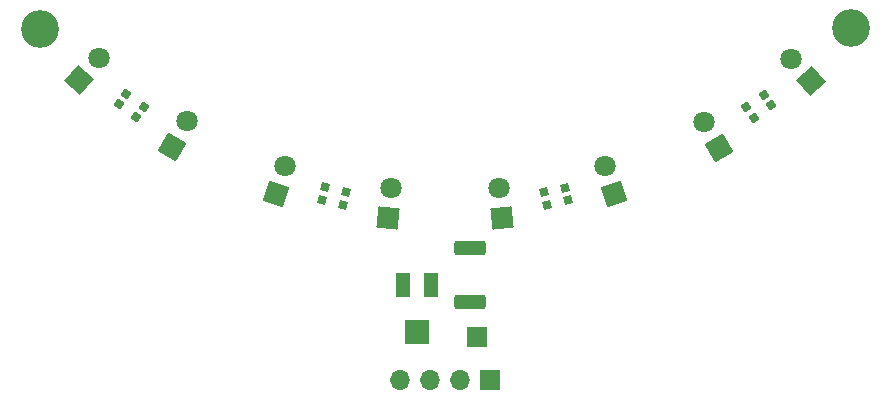
<source format=gbr>
%TF.GenerationSoftware,KiCad,Pcbnew,7.0.9*%
%TF.CreationDate,2024-12-17T14:23:38+09:00*%
%TF.ProjectId,line_front_back_robot2,6c696e65-5f66-4726-9f6e-74066261636b,rev?*%
%TF.SameCoordinates,Original*%
%TF.FileFunction,Soldermask,Top*%
%TF.FilePolarity,Negative*%
%FSLAX46Y46*%
G04 Gerber Fmt 4.6, Leading zero omitted, Abs format (unit mm)*
G04 Created by KiCad (PCBNEW 7.0.9) date 2024-12-17 14:23:38*
%MOMM*%
%LPD*%
G01*
G04 APERTURE LIST*
G04 Aperture macros list*
%AMRoundRect*
0 Rectangle with rounded corners*
0 $1 Rounding radius*
0 $2 $3 $4 $5 $6 $7 $8 $9 X,Y pos of 4 corners*
0 Add a 4 corners polygon primitive as box body*
4,1,4,$2,$3,$4,$5,$6,$7,$8,$9,$2,$3,0*
0 Add four circle primitives for the rounded corners*
1,1,$1+$1,$2,$3*
1,1,$1+$1,$4,$5*
1,1,$1+$1,$6,$7*
1,1,$1+$1,$8,$9*
0 Add four rect primitives between the rounded corners*
20,1,$1+$1,$2,$3,$4,$5,0*
20,1,$1+$1,$4,$5,$6,$7,0*
20,1,$1+$1,$6,$7,$8,$9,0*
20,1,$1+$1,$8,$9,$2,$3,0*%
%AMRotRect*
0 Rectangle, with rotation*
0 The origin of the aperture is its center*
0 $1 length*
0 $2 width*
0 $3 Rotation angle, in degrees counterclockwise*
0 Add horizontal line*
21,1,$1,$2,0,0,$3*%
G04 Aperture macros list end*
%ADD10C,3.200000*%
%ADD11RotRect,1.800000X1.800000X60.000000*%
%ADD12C,1.800000*%
%ADD13RotRect,0.700000X0.700000X12.000000*%
%ADD14RotRect,0.700000X0.700000X36.000000*%
%ADD15R,1.300000X2.000000*%
%ADD16R,2.000000X2.000000*%
%ADD17RotRect,0.700000X0.700000X348.000000*%
%ADD18RotRect,1.800000X1.800000X72.000000*%
%ADD19R,1.700000X1.700000*%
%ADD20O,1.700000X1.700000*%
%ADD21RotRect,1.800000X1.800000X48.000000*%
%ADD22RotRect,1.800000X1.800000X108.000000*%
%ADD23RotRect,1.800000X1.800000X84.000000*%
%ADD24RotRect,1.800000X1.800000X132.000000*%
%ADD25RotRect,1.800000X1.800000X96.000000*%
%ADD26RotRect,1.800000X1.800000X120.000000*%
%ADD27RotRect,0.700000X0.700000X324.000000*%
%ADD28RoundRect,0.250000X1.075000X-0.362500X1.075000X0.362500X-1.075000X0.362500X-1.075000X-0.362500X0*%
G04 APERTURE END LIST*
D10*
%TO.C,REF\u002A\u002A*%
X203327000Y-95631000D03*
%TD*%
%TO.C,REF\u002A\u002A*%
X134696200Y-95707200D03*
%TD*%
D11*
%TO.C,Q2*%
X145824541Y-105733707D03*
D12*
X147094541Y-103534002D03*
%TD*%
D13*
%TO.C,D2*%
X177364398Y-109525450D03*
X177593100Y-110601412D03*
X179383110Y-110220934D03*
X179154408Y-109144972D03*
%TD*%
D14*
%TO.C,D3*%
X194489387Y-102341306D03*
X195135950Y-103231225D03*
X196616451Y-102155578D03*
X195969888Y-101265659D03*
%TD*%
D15*
%TO.C,RV2*%
X165450000Y-117375000D03*
D16*
X166600000Y-121375000D03*
D15*
X167750000Y-117375000D03*
%TD*%
D17*
%TO.C,D5*%
X158797887Y-109123132D03*
X158569185Y-110199094D03*
X160359195Y-110579572D03*
X160587897Y-109503610D03*
%TD*%
D18*
%TO.C,Q8*%
X154665451Y-109681953D03*
D12*
X155450354Y-107266269D03*
%TD*%
D19*
%TO.C,J2*%
X172807507Y-125462255D03*
D20*
X170267507Y-125462255D03*
X167727507Y-125462255D03*
X165187507Y-125462255D03*
%TD*%
D21*
%TO.C,Q7*%
X137997712Y-100033611D03*
D12*
X139697304Y-98146023D03*
%TD*%
D22*
%TO.C,Q4*%
X183289690Y-109714413D03*
D12*
X182504787Y-107298729D03*
%TD*%
D23*
%TO.C,Q9*%
X164134053Y-111705792D03*
D12*
X164399555Y-109179706D03*
%TD*%
D19*
%TO.C,J3*%
X171675000Y-121775000D03*
%TD*%
D24*
%TO.C,Q10*%
X199979269Y-100103899D03*
D12*
X198279677Y-98216311D03*
%TD*%
D25*
%TO.C,Q3*%
X173816523Y-111716772D03*
D12*
X173551021Y-109190686D03*
%TD*%
D26*
%TO.C,Q1*%
X192139532Y-105786229D03*
D12*
X190869532Y-103586524D03*
%TD*%
D27*
%TO.C,D1*%
X142000174Y-101203915D03*
X141353611Y-102093834D03*
X142834112Y-103169481D03*
X143480675Y-102279562D03*
%TD*%
D28*
%TO.C,R8*%
X171100000Y-118837500D03*
X171100000Y-114212500D03*
%TD*%
M02*

</source>
